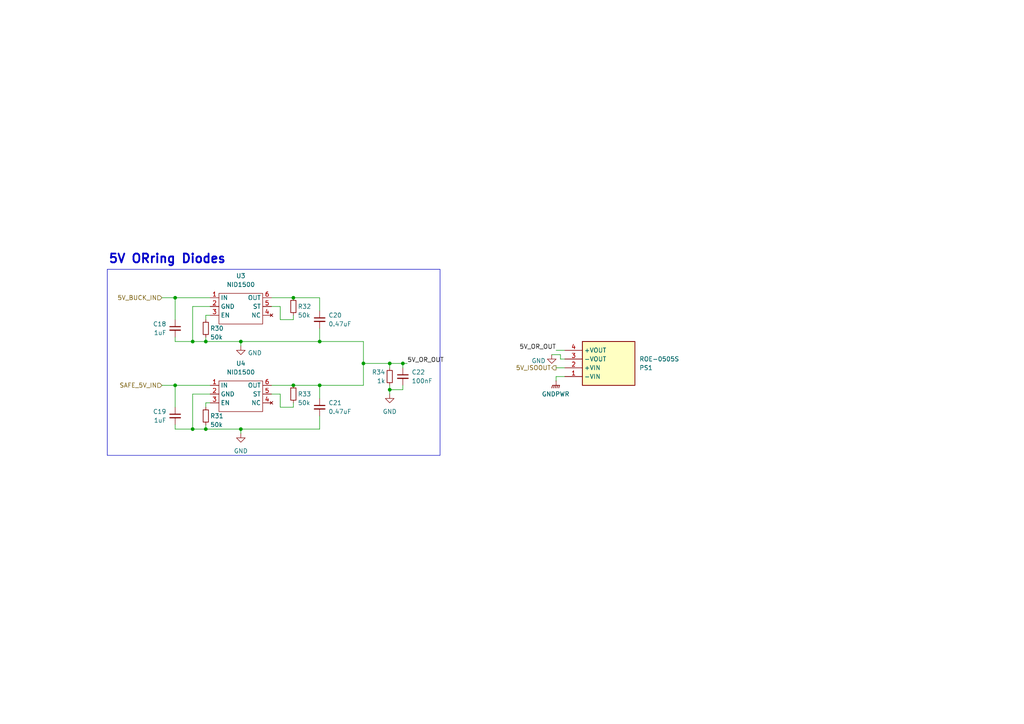
<source format=kicad_sch>
(kicad_sch (version 20231120) (generator "eeschema") (generator_version "8.0")
  (paper "A4")
  (lib_symbols
    (symbol "Device:C_Small" (pin_numbers hide) (pin_names (offset 0.254) hide)
      (property "Reference" "C" (at 0.254 1.778 0))
      (property "Value" "C_Small" (at 0.254 -2.032 0))
      (symbol "C_Small_0_1"
        (polyline (pts (xy -1.524 -0.508) (xy 1.524 -0.508)) (stroke (width 0.3302)))
        (polyline (pts (xy -1.524 0.508) (xy 1.524 0.508)) (stroke (width 0.3048)))
      )
      (symbol "C_Small_1_1"
        (pin passive line (at 0 2.54 270) (length 2.032) (name "~") (number "1"))
        (pin passive line (at 0 -2.54 90) (length 2.032) (name "~") (number "2"))
      )
    )
    (symbol "Device:R_Small" (pin_numbers hide) (pin_names (offset 0.254) hide)
      (property "Reference" "R" (at 0.762 0.508 0))
      (property "Value" "R_Small" (at 0.762 -1.016 0))
      (symbol "R_Small_0_1"
        (rectangle (start -0.762 1.778) (end 0.762 -1.778) (stroke (width 0.2032)))
      )
      (symbol "R_Small_1_1"
        (pin passive line (at 0 2.54 270) (length 0.762) (name "~") (number "1"))
        (pin passive line (at 0 -2.54 90) (length 0.762) (name "~") (number "2"))
      )
    )
    (symbol "power:GND" (power) (pin_numbers hide) (pin_names (offset 0) hide)
      (property "Value" "GND" (at 0 -3.81 0))
      (symbol "GND_0_1"
        (polyline (pts (xy 0 0) (xy 0 -1.27) (xy 1.27 -1.27) (xy 0 -2.54) (xy -1.27 -1.27) (xy 0 -1.27)))
      )
      (symbol "GND_1_1"
        (pin power_in line (at 0 0 270) (length 0) (name "~") (number "1"))
      )
    )
    (symbol "power:GNDPWR" (power) (pin_numbers hide) (pin_names (offset 0) hide)
      (property "Value" "GNDPWR" (at 0 -3.302 0))
      (symbol "GNDPWR_0_1"
        (polyline (pts (xy 0 -1.27) (xy 0 0)))
        (polyline (pts (xy -1.016 -1.27) (xy -1.27 -2.032) (xy -1.27 -2.032)) (stroke (width 0.2032)))
        (polyline (pts (xy -0.508 -1.27) (xy -0.762 -2.032) (xy -0.762 -2.032)) (stroke (width 0.2032)))
        (polyline (pts (xy 0 -1.27) (xy -0.254 -2.032) (xy -0.254 -2.032)) (stroke (width 0.2032)))
        (polyline (pts (xy 0.508 -1.27) (xy 0.254 -2.032) (xy 0.254 -2.032)) (stroke (width 0.2032)))
        (polyline (pts (xy 1.016 -1.27) (xy -1.016 -1.27) (xy -1.016 -1.27)) (stroke (width 0.2032)))
        (polyline (pts (xy 1.016 -1.27) (xy 0.762 -2.032) (xy 0.762 -2.032) (xy 0.762 -2.032)) (stroke (width 0.2032)))
      )
      (symbol "GNDPWR_1_1"
        (pin power_in line (at 0 0 270) (length 0) (name "~") (number "1"))
      )
    )
    (symbol "utsvt-chips:NID1500"
      (property "Reference" "U" (at 0 -5.08 0))
      (property "Value" "NID1500" (at 0 -7.366 0))
      (symbol "NID1500_0_1"
        (rectangle (start -6.35 5.08) (end 6.35 -3.81))
      )
      (symbol "NID1500_1_1"
        (pin input line (at -8.89 3.81 0) (length 2.54) (name "IN") (number "1"))
        (pin power_in line (at -8.89 1.27 0) (length 2.54) (name "GND") (number "2"))
        (pin input line (at -8.89 -1.27 0) (length 2.54) (name "EN") (number "3"))
        (pin no_connect line (at 8.89 -1.27 180) (length 2.54) (name "NC") (number "4"))
        (pin input line (at 8.89 1.27 180) (length 2.54) (name "ST") (number "5"))
        (pin output line (at 8.89 3.81 180) (length 2.54) (name "OUT") (number "6"))
      )
    )
    (symbol "utsvt-power-regulators:ROE-0505S"
      (property "Reference" "PS" (at 21.59 7.62 0))
      (property "Value" "ROE-0505S" (at 21.59 5.08 0))
      (symbol "ROE-0505S_1_1"
        (rectangle (start 5.08 2.54) (end 20.32 -10.16) (stroke (width 0.254)) (fill (type background)))
        (pin passive line (at 0 0 0) (length 5.08) (name "-VIN") (number "1"))
        (pin passive line (at 0 -2.54 0) (length 5.08) (name "+VIN") (number "2"))
        (pin passive line (at 0 -5.08 0) (length 5.08) (name "-VOUT") (number "3"))
        (pin passive line (at 0 -7.62 0) (length 5.08) (name "+VOUT") (number "4"))
      )
    )
  )
  (junction (at 69.85 99.06))
  (junction (at 116.84 105.41))
  (junction (at 85.09 111.76))
  (junction (at 105.41 105.41))
  (junction (at 59.69 124.46))
  (junction (at 55.88 124.46))
  (junction (at 50.8 111.76))
  (junction (at 85.09 86.36))
  (junction (at 69.85 124.46))
  (junction (at 50.8 86.36))
  (junction (at 92.71 111.76))
  (junction (at 92.71 99.06))
  (junction (at 55.88 99.06))
  (junction (at 113.03 113.03))
  (junction (at 113.03 105.41))
  (junction (at 59.69 99.06))
  (wire (pts (xy 46.99 111.76) (xy 50.8 111.76)))
  (wire (pts (xy 50.8 86.36) (xy 60.96 86.36)))
  (wire (pts (xy 162.56 102.87) (xy 162.56 104.14)))
  (wire (pts (xy 92.71 86.36) (xy 85.09 86.36)))
  (wire (pts (xy 85.09 92.71) (xy 85.09 91.44)))
  (wire (pts (xy 50.8 111.76) (xy 60.96 111.76)))
  (wire (pts (xy 50.8 111.76) (xy 50.8 118.11)))
  (wire (pts (xy 50.8 97.79) (xy 50.8 99.06)))
  (wire (pts (xy 92.71 111.76) (xy 105.41 111.76)))
  (wire (pts (xy 161.29 101.6) (xy 163.83 101.6)))
  (wire (pts (xy 162.56 104.14) (xy 163.83 104.14)))
  (wire (pts (xy 60.96 116.84) (xy 59.69 116.84)))
  (wire (pts (xy 113.03 105.41) (xy 105.41 105.41)))
  (wire (pts (xy 60.96 91.44) (xy 59.69 91.44)))
  (wire (pts (xy 78.74 86.36) (xy 85.09 86.36)))
  (wire (pts (xy 161.29 109.22) (xy 161.29 110.49)))
  (wire (pts (xy 160.02 102.87) (xy 162.56 102.87)))
  (wire (pts (xy 105.41 111.76) (xy 105.41 105.41)))
  (wire (pts (xy 105.41 99.06) (xy 105.41 105.41)))
  (wire (pts (xy 116.84 113.03) (xy 116.84 111.76)))
  (wire (pts (xy 116.84 105.41) (xy 113.03 105.41)))
  (wire (pts (xy 161.29 106.68) (xy 163.83 106.68)))
  (wire (pts (xy 113.03 111.76) (xy 113.03 113.03)))
  (wire (pts (xy 92.71 124.46) (xy 69.85 124.46)))
  (wire (pts (xy 81.28 88.9) (xy 81.28 92.71)))
  (wire (pts (xy 59.69 123.19) (xy 59.69 124.46)))
  (wire (pts (xy 92.71 120.65) (xy 92.71 124.46)))
  (wire (pts (xy 46.99 86.36) (xy 50.8 86.36)))
  (wire (pts (xy 59.69 116.84) (xy 59.69 118.11)))
  (wire (pts (xy 116.84 106.68) (xy 116.84 105.41)))
  (wire (pts (xy 78.74 88.9) (xy 81.28 88.9)))
  (wire (pts (xy 50.8 86.36) (xy 50.8 92.71)))
  (wire (pts (xy 113.03 113.03) (xy 116.84 113.03)))
  (wire (pts (xy 69.85 125.73) (xy 69.85 124.46)))
  (wire (pts (xy 161.29 109.22) (xy 163.83 109.22)))
  (wire (pts (xy 60.96 88.9) (xy 55.88 88.9)))
  (wire (pts (xy 116.84 105.41) (xy 118.11 105.41)))
  (wire (pts (xy 59.69 99.06) (xy 55.88 99.06)))
  (wire (pts (xy 81.28 114.3) (xy 81.28 118.11)))
  (wire (pts (xy 50.8 124.46) (xy 55.88 124.46)))
  (wire (pts (xy 81.28 118.11) (xy 85.09 118.11)))
  (wire (pts (xy 55.88 88.9) (xy 55.88 99.06)))
  (wire (pts (xy 92.71 95.25) (xy 92.71 99.06)))
  (wire (pts (xy 78.74 114.3) (xy 81.28 114.3)))
  (wire (pts (xy 50.8 99.06) (xy 55.88 99.06)))
  (wire (pts (xy 69.85 124.46) (xy 59.69 124.46)))
  (wire (pts (xy 78.74 111.76) (xy 85.09 111.76)))
  (wire (pts (xy 59.69 91.44) (xy 59.69 92.71)))
  (wire (pts (xy 55.88 114.3) (xy 55.88 124.46)))
  (wire (pts (xy 85.09 111.76) (xy 92.71 111.76)))
  (wire (pts (xy 69.85 100.33) (xy 69.85 99.06)))
  (wire (pts (xy 69.85 99.06) (xy 92.71 99.06)))
  (wire (pts (xy 113.03 106.68) (xy 113.03 105.41)))
  (wire (pts (xy 92.71 99.06) (xy 105.41 99.06)))
  (wire (pts (xy 113.03 114.3) (xy 113.03 113.03)))
  (wire (pts (xy 69.85 99.06) (xy 59.69 99.06)))
  (wire (pts (xy 81.28 92.71) (xy 85.09 92.71)))
  (wire (pts (xy 59.69 97.79) (xy 59.69 99.06)))
  (wire (pts (xy 85.09 118.11) (xy 85.09 116.84)))
  (wire (pts (xy 92.71 111.76) (xy 92.71 115.57)))
  (wire (pts (xy 50.8 123.19) (xy 50.8 124.46)))
  (wire (pts (xy 55.88 124.46) (xy 59.69 124.46)))
  (wire (pts (xy 92.71 90.17) (xy 92.71 86.36)))
  (wire (pts (xy 60.96 114.3) (xy 55.88 114.3)))
  (rectangle (start 31.115 78.105) (end 127.635 132.08))
  (text "5V ORring Diodes" (at 48.514 75.184 0) (effects (font (size 2.54 2.54) (bold yes))))
  (label "5V_OR_OUT" (at 118.11 105.41 0))
  (label "5V_OR_OUT" (at 161.29 101.6 180))
  (hierarchical_label "5V_ISOOUT" (shape output) (at 161.29 106.68 180))
  (hierarchical_label "5V_BUCK_IN" (shape input) (at 46.99 86.36 180))
  (hierarchical_label "SAFE_5V_IN" (shape input) (at 46.99 111.76 180))
  (symbol (lib_id "Device:R_Small") (at 59.69 95.25 0) (mirror y) (unit 1)
    (property "Reference" "R30" (at 60.96 95.25 0) (effects (justify right)))
    (property "Value" "50k" (at 60.96 97.79 0) (effects (justify right)))
    (property "Description" "Resistor, small symbol" (effects (hide yes)))
  )
  (symbol (lib_id "utsvt-chips:NID1500") (at 69.85 115.57 0) (unit 1)
    (property "Reference" "U4" (at 69.85 105.41 0))
    (property "Value" "NID1500" (at 69.85 107.95 0))
    (property "Datasheet" "https://www.mouser.com/datasheet/2/916/NID5100-3476208.pdf" (effects (hide yes)))
  )
  (symbol (lib_id "power:GND") (at 160.02 102.87 0) (unit 1)
    (property "Reference" "#PWR037" (effects (hide yes)))
    (property "Value" "GND" (at 156.21 104.648 0))
    (property "Description" "Power symbol creates a global label with name \"GND\" , ground" (effects (hide yes)))
  )
  (symbol (lib_id "Device:C_Small") (at 50.8 120.65 0) (unit 1)
    (property "Reference" "C19" (at 48.26 119.3862 0) (effects (justify right)))
    (property "Value" "1uF" (at 48.26 121.9262 0) (effects (justify right)))
    (property "Footprint" "Capacitor_SMD:C_0805_2012Metric" (effects (hide yes)))
    (property "Description" "Unpolarized capacitor, small symbol" (effects (hide yes)))
  )
  (symbol (lib_id "Device:C_Small") (at 92.71 118.11 0) (mirror y) (unit 1)
    (property "Reference" "C21" (at 95.25 116.8462 0) (effects (justify right)))
    (property "Value" "0.47uF" (at 95.25 119.3862 0) (effects (justify right)))
    (property "Footprint" "Capacitor_SMD:C_0805_2012Metric" (effects (hide yes)))
    (property "Description" "Unpolarized capacitor, small symbol" (effects (hide yes)))
  )
  (symbol (lib_id "Device:R_Small") (at 113.03 109.22 0) (unit 1)
    (property "Reference" "R34" (at 111.76 107.95 0) (effects (justify right)))
    (property "Value" "1k" (at 111.76 110.49 0) (effects (justify right)))
    (property "Description" "Resistor, small symbol" (effects (hide yes)))
  )
  (symbol (lib_id "power:GNDPWR") (at 161.29 110.49 0) (unit 1)
    (property "Reference" "#PWR038" (effects (hide yes)))
    (property "Value" "GNDPWR" (at 161.163 114.3 0))
    (property "Description" "Power symbol creates a global label with name \"GNDPWR\" , global ground" (effects (hide yes)))
  )
  (symbol (lib_id "Device:C_Small") (at 92.71 92.71 0) (mirror y) (unit 1)
    (property "Reference" "C20" (at 95.25 91.4462 0) (effects (justify right)))
    (property "Value" "0.47uF" (at 95.25 93.9862 0) (effects (justify right)))
    (property "Footprint" "Capacitor_SMD:C_0805_2012Metric" (effects (hide yes)))
    (property "Description" "Unpolarized capacitor, small symbol" (effects (hide yes)))
  )
  (symbol (lib_id "Device:R_Small") (at 85.09 88.9 0) (mirror y) (unit 1)
    (property "Reference" "R32" (at 86.36 88.9 0) (effects (justify right)))
    (property "Value" "50k" (at 86.36 91.44 0) (effects (justify right)))
    (property "Description" "Resistor, small symbol" (effects (hide yes)))
  )
  (symbol (lib_id "power:GND") (at 113.03 114.3 0) (unit 1)
    (property "Reference" "#PWR036" (effects (hide yes)))
    (property "Value" "GND" (at 113.03 119.38 0))
    (property "Description" "Power symbol creates a global label with name \"GND\" , ground" (effects (hide yes)))
  )
  (symbol (lib_id "utsvt-chips:NID1500") (at 69.85 90.17 0) (unit 1)
    (property "Reference" "U3" (at 69.85 80.01 0))
    (property "Value" "NID1500" (at 69.85 82.55 0))
    (property "Datasheet" "https://www.mouser.com/datasheet/2/916/NID5100-3476208.pdf" (effects (hide yes)))
  )
  (symbol (lib_id "power:GND") (at 69.85 100.33 0) (unit 1)
    (property "Reference" "#PWR034" (effects (hide yes)))
    (property "Value" "GND" (at 73.914 102.362 0))
    (property "Description" "Power symbol creates a global label with name \"GND\" , ground" (effects (hide yes)))
  )
  (symbol (lib_id "utsvt-power-regulators:ROE-0505S") (at 163.83 109.22 0) (mirror x) (unit 1)
    (property "Reference" "PS1" (at 185.42 106.6801 0) (effects (justify left)))
    (property "Value" "ROE-0505S" (at 185.42 104.1401 0) (effects (justify left)))
    (property "Footprint" "UTSVT_Power:ROE0505S" (effects (hide yes)))
    (property "Datasheet" "https://datasheet.datasheetarchive.com/originals/distributors/Datasheets_SAMA/495e80eee4d2dcc0dec1cd3434ca70b3.pdf" (effects (hide yes)))
    (property "Description" "DC/DC Converter Isolated 5V 200mA 1W Recom 1W Isolated DC-DC Converter, Vin 4.5  5.5 V dc, Vout 5V dc, I/O isolation 1000V dc" (effects (hide yes)))
    (property "Height" "10.25" (effects (hide yes)))
    (property "Mouser Part Number" "919-ROE-0505S" (effects (hide yes)))
    (property "Mouser Price/Stock" "https://www.mouser.co.uk/ProductDetail/RECOM-Power/ROE-0505S?qs=rf7OwKb7W%252BQkf9loQjXRkQ%3D%3D" (effects (hide yes)))
    (property "Manufacturer_Name" "RECOM Power" (effects (hide yes)))
    (property "Manufacturer_Part_Number" "ROE-0505S" (effects (hide yes)))
  )
  (symbol (lib_id "Device:R_Small") (at 85.09 114.3 0) (mirror y) (unit 1)
    (property "Reference" "R33" (at 86.36 114.3 0) (effects (justify right)))
    (property "Value" "50k" (at 86.36 116.84 0) (effects (justify right)))
    (property "Description" "Resistor, small symbol" (effects (hide yes)))
  )
  (symbol (lib_id "Device:C_Small") (at 50.8 95.25 0) (unit 1)
    (property "Reference" "C18" (at 48.26 93.9862 0) (effects (justify right)))
    (property "Value" "1uF" (at 48.26 96.5262 0) (effects (justify right)))
    (property "Footprint" "Capacitor_SMD:C_0805_2012Metric" (effects (hide yes)))
    (property "Description" "Unpolarized capacitor, small symbol" (effects (hide yes)))
  )
  (symbol (lib_id "Device:R_Small") (at 59.69 120.65 0) (mirror y) (unit 1)
    (property "Reference" "R31" (at 60.96 120.65 0) (effects (justify right)))
    (property "Value" "50k" (at 60.96 123.19 0) (effects (justify right)))
    (property "Description" "Resistor, small symbol" (effects (hide yes)))
  )
  (symbol (lib_id "Device:C_Small") (at 116.84 109.22 0) (mirror y) (unit 1)
    (property "Reference" "C22" (at 119.38 107.9562 0) (effects (justify right)))
    (property "Value" "100nF" (at 119.38 110.4962 0) (effects (justify right)))
    (property "Footprint" "Capacitor_SMD:C_0805_2012Metric" (effects (hide yes)))
    (property "Description" "Unpolarized capacitor, small symbol" (effects (hide yes)))
  )
  (symbol (lib_id "power:GND") (at 69.85 125.73 0) (unit 1)
    (property "Reference" "#PWR035" (effects (hide yes)))
    (property "Value" "GND" (at 69.85 130.81 0))
    (property "Description" "Power symbol creates a global label with name \"GND\" , ground" (effects (hide yes)))
  )
)
</source>
